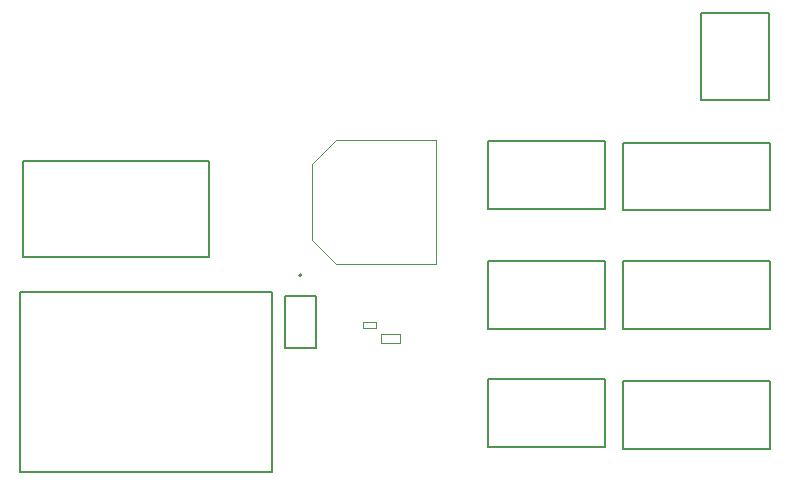
<source format=gbr>
G04*
G04 #@! TF.GenerationSoftware,Altium Limited,Altium Designer,23.10.1 (27)*
G04*
G04 Layer_Color=16711935*
%FSLAX42Y42*%
%MOMM*%
G71*
G04*
G04 #@! TF.SameCoordinates,D45A84C9-24EE-431E-81B0-E16C7BED9CBD*
G04*
G04*
G04 #@! TF.FilePolarity,Positive*
G04*
G01*
G75*
%ADD10C,0.20*%
%ADD13C,0.13*%
%ADD98C,0.10*%
D10*
X2080Y-2856D02*
G03*
X2080Y-2856I-10J0D01*
G01*
X1295Y-2705D02*
Y-1892D01*
X-279Y-2705D02*
X1295D01*
X-279D02*
Y-1892D01*
X1295D01*
X5467Y-1375D02*
X6042D01*
Y-635D01*
X5467D02*
X6042D01*
X5467Y-1375D02*
Y-635D01*
X3658Y-4313D02*
Y-3738D01*
Y-4313D02*
X4648D01*
Y-3738D01*
X3658D02*
X4648D01*
X6043Y-2307D02*
Y-1732D01*
X4803D02*
X6043D01*
X4803Y-2307D02*
Y-1732D01*
Y-2307D02*
X6043D01*
X-303Y-4524D02*
Y-2994D01*
Y-4524D02*
X1827D01*
Y-2994D01*
X-303D02*
X1827D01*
X3662Y-2296D02*
Y-1721D01*
Y-2296D02*
X4652D01*
Y-1721D01*
X3662D02*
X4652D01*
X3658Y-3312D02*
Y-2737D01*
Y-3312D02*
X4648D01*
Y-2737D01*
X3658D02*
X4648D01*
X6045Y-4328D02*
Y-3753D01*
X4805D02*
X6045D01*
X4805Y-4328D02*
Y-3753D01*
Y-4328D02*
X6045D01*
X6043Y-3310D02*
Y-2735D01*
X4803D02*
X6043D01*
X4803Y-3310D02*
Y-2735D01*
Y-3310D02*
X6043D01*
D13*
X2199Y-3472D02*
Y-3035D01*
X1941Y-3472D02*
X2199D01*
X1941D02*
Y-3035D01*
X2199D01*
D98*
X2167Y-2555D02*
Y-1915D01*
Y-2555D02*
X2372Y-2760D01*
X3217D01*
Y-1710D01*
X2372D02*
X3217D01*
X2167Y-1915D02*
X2372Y-1710D01*
X2911Y-3431D02*
Y-3351D01*
X2751Y-3431D02*
X2911D01*
X2751D02*
Y-3351D01*
X2911D01*
X2602Y-3304D02*
X2707D01*
X2602Y-3249D02*
X2707D01*
Y-3304D02*
Y-3249D01*
X2602Y-3304D02*
Y-3249D01*
M02*

</source>
